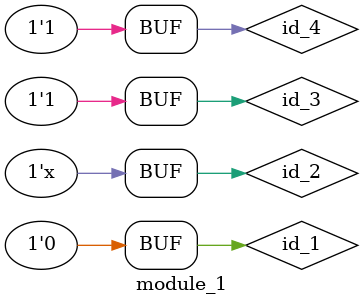
<source format=v>
module module_0 (
    id_1,
    id_2,
    id_3,
    id_4,
    id_5,
    id_6,
    id_7,
    id_8,
    id_9,
    id_10,
    id_11,
    id_12,
    id_13,
    id_14,
    id_15,
    id_16,
    id_17,
    id_18,
    id_19,
    id_20,
    id_21,
    id_22,
    id_23
);
  output wire id_23;
  input wire id_22;
  inout wire id_21;
  inout wire id_20;
  inout wire id_19;
  output wire id_18;
  output wire id_17;
  output wire id_16;
  input wire id_15;
  inout wire id_14;
  output wire id_13;
  inout wire id_12;
  output wire id_11;
  inout wire id_10;
  input wire id_9;
  input wire id_8;
  input wire id_7;
  inout wire id_6;
  output wire id_5;
  output wire id_4;
  inout wire id_3;
  inout wire id_2;
  output wire id_1;
  initial id_4 = 1;
  wire id_24;
  assign id_6 = 1;
  genvar id_25;
endmodule
module module_1;
  reg id_1;
  assign id_1 = 1'b0;
  reg id_2, id_3, id_4 = 1;
  assign id_4 = id_3;
  always begin : LABEL_0
    id_1 <= 1;
    id_2 <= (1 - id_1);
  end
  initial id_1 <= 1;
  wire id_5, id_6;
  module_0 modCall_1 (
      id_5,
      id_6,
      id_6,
      id_6,
      id_6,
      id_6,
      id_5,
      id_5,
      id_6,
      id_6,
      id_6,
      id_6,
      id_6,
      id_6,
      id_5,
      id_5,
      id_6,
      id_5,
      id_6,
      id_5,
      id_5,
      id_5,
      id_6
  );
  wire id_7;
endmodule

</source>
